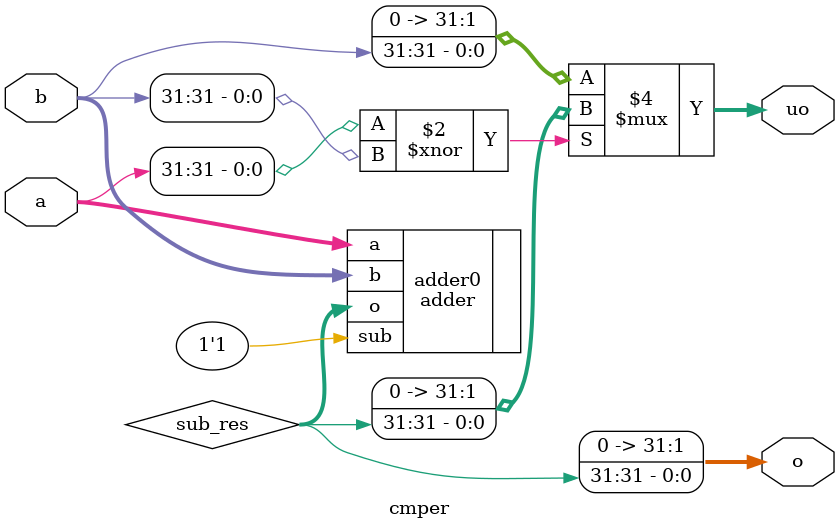
<source format=sv>
module cmper (
    input  wire [31:0] a,
    input  wire [31:0] b,
    output reg  [31:0] o,
    output reg  [31:0] uo
);

  wire [31:0] sub_res;

  adder adder0 (
      .a  (a),
      .b  (b),
      .sub(1'b1),
      .o  (sub_res)
  );

  always @(*) begin
    o = {31'b0, sub_res[31]};
    if (a[31] ~^ b[31]) uo = {31'b0, sub_res[31]};
    else uo = {31'b0, b[31]};
  end

endmodule

</source>
